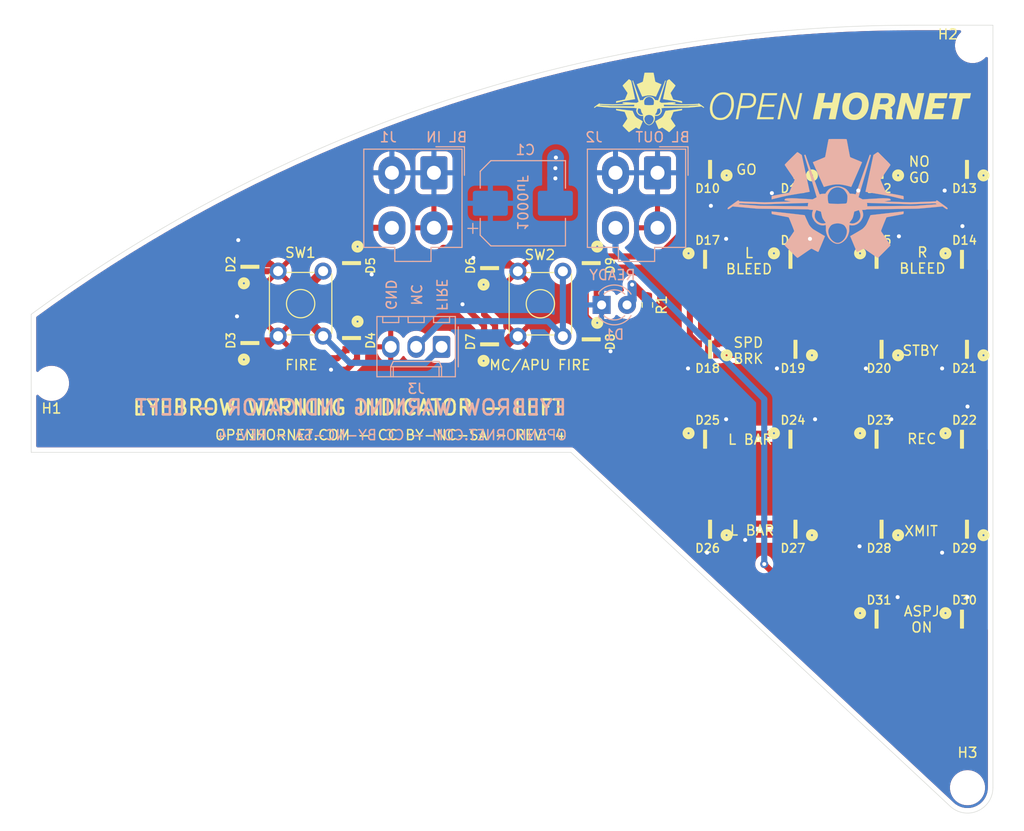
<source format=kicad_pcb>
(kicad_pcb (version 20211014) (generator pcbnew)
  (layers (0 "F.Cu" signal) (31 "B.Cu" signal) (34 "B.Paste" user) (35 "F.Paste" user) (36 "B.SilkS" user "B.Silkscreen") (37 "F.SilkS" user "F.Silkscreen") (38 "B.Mask" user) (39 "F.Mask" user) (44 "Edge.Cuts" user))
  (net 0 "")
  (net 1 "GND")
  (net 2 "+5V")
  (net 3 "Net-(D1-Pad2)")
  (net 4 "/DIN")
  (net 5 "Net-(D2-Pad1)")
  (net 6 "Net-(D3-Pad1)")
  (net 7 "Net-(D4-Pad1)")
  (net 8 "Net-(D5-Pad1)")
  (net 9 "Net-(D6-Pad1)")
  (net 10 "Net-(D7-Pad1)")
  (net 11 "Net-(D8-Pad1)")
  (net 12 "/DOUT1")
  (net 13 "Net-(D10-Pad1)")
  (net 14 "Net-(D11-Pad1)")
  (net 15 "Net-(D12-Pad1)")
  (net 16 "Net-(D13-Pad1)")
  (net 17 "Net-(D14-Pad1)")
  (net 18 "Net-(D15-Pad1)")
  (net 19 "Net-(D16-Pad1)")
  (net 20 "/DOUT2")
  (net 21 "Net-(D18-Pad1)")
  (net 22 "Net-(D19-Pad1)")
  (net 23 "Net-(D20-Pad1)")
  (net 24 "Net-(D21-Pad1)")
  (net 25 "Net-(D22-Pad1)")
  (net 26 "Net-(D23-Pad1)")
  (net 27 "Net-(D24-Pad1)")
  (net 28 "/DOUT3")
  (net 29 "Net-(D26-Pad1)")
  (net 30 "Net-(D27-Pad1)")
  (net 31 "Net-(D28-Pad1)")
  (net 32 "Net-(D29-Pad1)")
  (net 33 "Net-(D30-Pad1)")
  (net 34 "/DOUT")
  (net 35 "/MC_SW")
  (net 36 "/FIRE_SW")
  (footprint "OH_Footprints:WS2812-2020" (layer "F.Cu") (at 123.463249 90.418093 -90)
    (fp_text reference "D3")
    (fp_text value "LED" hide)
  )
  (footprint "OH_Footprints:WS2812-2020" (layer "F.Cu") (at 133.623249 90.418093 90)
    (fp_text reference "D4")
    (fp_text value "LED" hide)
  )
  (footprint "OH_Footprints:WS2812-2020" (layer "F.Cu") (at 133.623249 82.928149 90)
    (fp_text reference "D5")
    (fp_text value "LED" hide)
  )
  (footprint "OH_Footprints:WS2812-2020" (layer "F.Cu") (at 147.423249 82.928149 -90)
    (fp_text reference "D6")
    (fp_text value "LED" hide)
  )
  (footprint "OH_Footprints:WS2812-2020" (layer "F.Cu") (at 157.583249 90.548149 90)
    (fp_text reference "D8")
    (fp_text value "LED" hide)
  )
  (footprint "OH_Footprints:WS2812-2020" (layer "F.Cu") (at 169.214799 73.31075)
    (fp_text reference "D10")
    (fp_text value "LED" hide)
  )
  (footprint "OH_Footprints:WS2812-2020" (layer "F.Cu") (at 177.749199 73.31075)
    (fp_text reference "D11")
    (fp_text value "LED" hide)
  )
  (footprint "OH_Footprints:WS2812-2020" (layer "F.Cu") (at 194.894199 73.310751)
    (fp_text reference "D13")
    (fp_text value "LED" hide)
  )
  (footprint "OH_Footprints:WS2812-2020" (layer "F.Cu") (at 194.894199 82.302351 180)
    (fp_text reference "D14")
    (fp_text value "LED" hide)
  )
  (footprint "OH_Footprints:WS2812-2020" (layer "F.Cu") (at 186.359799 82.302351 180)
    (fp_text reference "D15")
    (fp_text value "LED" hide)
  )
  (footprint "OH_Footprints:WS2812-2020" (layer "F.Cu") (at 177.749199 82.302351 180)
    (fp_text reference "D16")
    (fp_text value "LED" hide)
  )
  (footprint "OH_Footprints:WS2812-2020" (layer "F.Cu") (at 169.214799 82.302351 180)
    (fp_text reference "D17")
    (fp_text value "LED" hide)
  )
  (footprint "OH_Footprints:WS2812-2020" (layer "F.Cu") (at 169.214799 91.29395)
    (fp_text reference "D18")
    (fp_text value "LED" hide)
  )
  (footprint "OH_Footprints:WS2812-2020" (layer "F.Cu") (at 177.749199 91.29395)
    (fp_text reference "D19")
    (fp_text value "LED" hide)
  )
  (footprint "OH_Footprints:WS2812-2020" (layer "F.Cu") (at 186.359799 91.29395)
    (fp_text reference "D20")
    (fp_text value "LED" hide)
  )
  (footprint "OH_Footprints:WS2812-2020" (layer "F.Cu") (at 194.894199 91.29395)
    (fp_text reference "D21")
    (fp_text value "LED" hide)
  )
  (footprint "OH_Footprints:WS2812-2020" (layer "F.Cu") (at 194.894199 100.28555 180)
    (fp_text reference "D22")
    (fp_text value "LED" hide)
  )
  (footprint "OH_Footprints:WS2812-2020" (layer "F.Cu") (at 186.359799 100.28555 180)
    (fp_text reference "D23")
    (fp_text value "LED" hide)
  )
  (footprint "OH_Footprints:WS2812-2020" (layer "F.Cu") (at 177.749199 100.28555 180)
    (fp_text reference "D24")
    (fp_text value "LED" hide)
  )
  (footprint "OH_Footprints:WS2812-2020" (layer "F.Cu") (at 169.214799 100.28555 180)
    (fp_text reference "D25")
    (fp_text value "LED" hide)
  )
  (footprint "OH_Footprints:WS2812-2020" (layer "F.Cu") (at 169.214799 109.27715)
    (fp_text reference "D26")
    (fp_text value "LED" hide)
  )
  (footprint "OH_Footprints:WS2812-2020" (layer "F.Cu") (at 177.749199 109.27715)
    (fp_text reference "D27")
    (fp_text value "LED" hide)
  )
  (footprint "OH_Footprints:WS2812-2020" (layer "F.Cu") (at 186.359799 109.27715)
    (fp_text reference "D28")
    (fp_text value "LED" hide)
  )
  (footprint "OH_Footprints:WS2812-2020" (layer "F.Cu") (at 194.894199 109.27715)
    (fp_text reference "D29")
    (fp_text value "LED" hide)
  )
  (footprint "OH_Footprints:WS2812-2020" (layer "F.Cu") (at 194.894199 118.26875 180)
    (fp_text reference "D30")
    (fp_text value "LED" hide)
  )
  (footprint "OH_Footprints:WS2812-2020" (layer "F.Cu") (at 186.359799 118.26875 180)
    (fp_text reference "D31")
    (fp_text value "LED" hide)
  )
  (footprint "MountingHole:MountingHole_2.5mm" (layer "F.Cu") (at 103.632 94.699611)
    (fp_text reference "H1")
    (fp_text value "MountingHole")
  )
  (footprint "MountingHole:MountingHole_2.5mm" (layer "F.Cu") (at 195.706999 60.928251)
    (fp_text reference "H2")
    (fp_text value "MountingHole")
  )
  (footprint "MountingHole:MountingHole_2.5mm" (layer "F.Cu") (at 195.198999 135.118097)
    (fp_text reference "H3")
    (fp_text value "MountingHole")
  )
  (footprint "OH_Footprints:R_0603_1608Metric" (layer "F.Cu") (at 163.194999 86.858097 -90)
    (fp_text reference "R1")
    (fp_text value "R")
  )
  (footprint "OH_Footprints:WS2812-2020" (layer "F.Cu") (at 123.463249 82.798093 -90)
    (fp_text reference "D2")
    (fp_text value "LED" hide)
  )
  (footprint "OH_Footprints:WS2812-2020" (layer "F.Cu") (at 147.423249 90.548149 -90)
    (fp_text reference "D7")
    (fp_text value "LED" hide)
  )
  (footprint "OH_Footprints:WS2812-2020" (layer "F.Cu") (at 157.583249 82.928149 90)
    (fp_text reference "D9")
    (fp_text value "LED" hide)
  )
  (footprint "OH_Footprints:WS2812-2020" (layer "F.Cu") (at 186.359799 73.310751)
    (fp_text reference "D12")
    (fp_text value "LED" hide)
  )
  (footprint "KiCAD Libraries:OH_LOGO_37.7mm_5.9mm" (layer "F.Cu") (at 176.698999 66.618097)
    (fp_text reference "G***" hide)
    (fp_text value "LOGO" hide)
  )
  (footprint "OH_Footprints:SW_TH_Tactile_Omron_B3F-10xx" (layer "F.Cu") (at 130.784599 83.479897 -90)
    (fp_text reference "SW1")
    (fp_text value "FIRE")
  )
  (footprint "OH_Footprints:SW_TH_Tactile_Omron_B3F-10xx" (layer "F.Cu") (at 154.749499 83.492597 -90)
    (fp_text reference "SW2")
    (fp_text value "MC/APU FIRE")
  )
  (footprint "KiCAD Libraries:OH_LOGO_ONLY_22mm_12mm" (layer "B.Cu") (at 182.244999 76.317097 180)
    (fp_text reference "G***" hide)
    (fp_text value "LOGO" hide)
  )
  (footprint "OH_Footprints:CP_Elec_8x10" (layer "B.Cu") (at 150.748999 76.698097)
    (fp_text reference "C1")
    (fp_text value "1000 nF")
  )
  (footprint "OH_Footprints:LED_D3.0mm" (layer "B.Cu") (at 158.622999 86.858097)
    (fp_text reference "D1")
    (fp_text value "PWR")
  )
  (footprint "OH_Footprints:Molex_Mini-Fit_Jr_5566-04A_2x02_P4.20mm_Vertical" (layer "B.Cu") (at 141.858999 73.650097 180)
    (fp_text reference "J1")
    (fp_text value "BL IN")
  )
  (footprint "OH_Footprints:Molex_Mini-Fit_Jr_5566-04A_2x02_P4.20mm_Vertical" (layer "B.Cu") (at 164.210999 73.650097 180)
    (fp_text reference "J2")
    (fp_text value "BL OUT")
  )
  (footprint "OH_Footprints:Molex_KK-254_AE-6410-03A_1x03_P2.54mm_Vertical" (layer "B.Cu") (at 142.620999 91.049097 180)
    (fp_text reference "J3")
    (fp_text value "SW")
  )
  (gr_line (start 197.738999 135.118097) (end 197.738999 58.89625) (layer "Edge.Cuts") (width 0.05))
  (gr_arc (start 197.738999 135.118097) (mid 196.211433 137.447599) (end 193.466103 136.975157) (layer "Edge.Cuts") (width 0.05))
  (gr_arc (start 101.6 87.799222) (mid 143.426621 66.305956) (end 189.864999 58.89625) (layer "Edge.Cuts") (width 0.05))
  (gr_line (start 101.6 101.6) (end 155.556277 101.6) (layer "Edge.Cuts") (width 0.05))
  (gr_line (start 101.6 87.799222) (end 101.6 101.6) (layer "Edge.Cuts") (width 0.05))
  (gr_line (start 197.738999 58.89625) (end 189.864999 58.89625) (layer "Edge.Cuts") (width 0.05))
  (gr_line (start 155.556277 101.6) (end 193.466103 136.975157) (layer "Edge.Cuts") (width 0.05))
  (gr_text "OPENHORNET.COM - CC BY-NC-SA - REV: 4" (at 137.698999 99.868097) (layer "B.SilkS") (effects (font (size 1 1)) (justify mirror)))
  (gr_text "EYEBROW WARNING INDICATOR - LEFT" (at 133.565665 97.118097) (layer "B.SilkS") (effects (font (size 1.5 1.5) (thickness 0.25)) (justify mirror)))
  (gr_text "MC" (at 140.080999 85.842097 -90) (layer "B.SilkS") (effects (font (size 1 1)) (justify mirror)))
  (gr_text "FIRE" (at 142.620999 85.842097 -90) (layer "B.SilkS") (effects (font (size 1 1)) (justify mirror)))
  (gr_text "READY" (at 159.698999 83.868097) (layer "B.SilkS") (effects (font (size 1 1)) (justify mirror)))
  (gr_text "GND" (at 137.540999 85.842097 270) (layer "B.SilkS") (effects (font (size 1 1)) (justify mirror)))
  (gr_text "1000uF" (at 150.698999 76.618097 270) (layer "B.SilkS") (effects (font (size 1 1)) (justify mirror)))
  (gr_text "OPENHORNET.COM - CC BY-NC-SA - REV: 4" (at 137.448999 99.868097) (layer "F.SilkS") (effects (font (size 1 1))))
  (gr_text "EYEBROW WARNING INDICATOR - LEFT" (at 133.315665 97.118097) (layer "F.SilkS") (effects (font (size 1.5 1.5) (thickness 0.25))))
  (gr_text "NO\nGO" (at 190.372999 73.332597) (layer "F.SilkS") (effects (font (size 1 1))))
  (gr_text "L\nBLEED" (at 173.354999 82.476597) (layer "F.SilkS") (effects (font (size 1 1))))
  (gr_text "R\nBLEED" (at 190.690499 82.413097) (layer "F.SilkS") (effects (font (size 1 1))))
  (gr_text "SPD\nBRK" (at 173.291499 91.430097) (layer "F.SilkS") (effects (font (size 1 1))))
  (gr_text "STBY" (at 190.499999 91.430097) (layer "F.SilkS") (effects (font (size 1 1))))
  (gr_text "L BAR" (at 173.481999 100.320097) (layer "F.SilkS") (effects (font (size 1 1))))
  (gr_text "REC" (at 190.626999 100.256597) (layer "F.SilkS") (effects (font (size 1 1))))
  (gr_text "L BAR" (at 173.672499 109.400597) (layer "F.SilkS") (effects (font (size 1 1))))
  (gr_text "XMIT" (at 190.563499 109.464097) (layer "F.SilkS") (effects (font (size 1 1))))
  (gr_text "ASPJ\nON" (at 190.626999 118.290597) (layer "F.SilkS") (effects (font (size 1 1))))
  (gr_text "GO" (at 173.100999 73.332597) (layer "F.SilkS") (effects (font (size 1 1))))
  (segment (start 169.1546 100.489391) (end 169.1546 98.405698) (width 0.6096) (layer "F.Cu") (net 1))
  (segment (start 194.944999 73.116309) (end 194.944999 75.174097) (width 0.6096) (layer "F.Cu") (net 1))
  (segment (start 186.308999 92.700097) (end 186.308999 89.398097) (width 0.6096) (layer "F.Cu") (net 1))
  (segment (start 169.274998 91.090109) (end 169.274998 92.938096) (width 0.6096) (layer "F.Cu") (net 1))
  (segment (start 194.944999 92.954097) (end 194.944999 89.398097) (width 0.6096) (layer "F.Cu") (net 1))
  (segment (start 194.487841 118.81875) (end 194.834 118.472591) (width 0.6096) (layer "F.Cu") (net 1))
  (segment (start 169.274998 73.106909) (end 169.274998 75.158096) (width 0.6096) (layer "F.Cu") (net 1))
  (segment (start 149.686197 82.921097) (end 146.373107 82.921097) (width 0.6096) (layer "F.Cu") (net 1))
  (segment (start 186.315199 72.760751) (end 186.308999 72.766951) (width 0.6096) (layer "F.Cu") (net 1))
  (segment (start 193.979199 100.83555) (end 194.487841 100.83555) (width 0.6096) (layer "F.Cu") (net 1))
  (segment (start 125.599197 82.794097) (end 121.538999 82.794097) (width 0.6096) (layer "F.Cu") (net 1))
  (segment (start 133.475611 90.414097) (end 135.762999 90.414097) (width 0.6096) (layer "F.Cu") (net 1))
  (segment (start 186.766157 90.74395) (end 186.419998 91.090109) (width 0.6096) (layer "F.Cu") (net 1))
  (segment (start 126.293249 83.488149) (end 124.238193 83.488149) (width 0.6096) (layer "F.Cu") (net 1))
  (segment (start 186.308999 118.463192) (end 186.308999 116.322097) (width 0.6096) (layer "F.Cu") (net 1))
  (segment (start 177.809398 92.582496) (end 178.434999 93.208097) (width 0.6096) (layer "F.Cu") (net 1))
  (segment (start 170.129799 72.76075) (end 169.621157 72.76075) (width 0.6096) (layer "F.Cu") (net 1))
  (segment (start 185.953441 82.852351) (end 186.308999 82.496793) (width 0.6096) (layer "F.Cu") (net 1))
  (segment (start 177.689 82.506192) (end 177.689 80.524098) (width 0.6096) (layer "F.Cu") (net 1))
  (segment (start 194.944999 109.082708) (end 194.944999 111.750097) (width 0.6096) (layer "F.Cu") (net 1))
  (segment (start 176.834199 82.852351) (end 177.342841 82.852351) (width 0.6096) (layer "F.Cu") (net 1))
  (segment (start 195.300557 90.74395) (end 194.944999 91.099508) (width 0.6096) (layer "F.Cu") (net 1))
  (segment (start 178.155557 72.76075) (end 177.809398 73.106909) (width 0.6096) (layer "F.Cu") (net 1))
  (segment (start 186.419998 91.090109) (end 186.419998 92.811096) (width 0.6096) (layer "F.Cu") (net 1))
  (segment (start 145.176801 83.063899) (end 145.033999 82.921097) (width 0.6096) (layer "F.Cu") (net 1))
  (segment (start 195.300557 108.72715) (end 194.944999 109.082708) (width 0.6096) (layer "F.Cu") (net 1))
  (segment (start 157.432555 90.541097) (end 159.257999 90.541097) (width 0.6096) (layer "F.Cu") (net 1))
  (segment (start 194.944999 91.099508) (end 194.944999 92.954097) (width 0.6096) (layer "F.Cu") (net 1))
  (segment (start 186.816999 93.208097) (end 186.308999 92.700097) (width 0.6096) (layer "F.Cu") (net 1))
  (segment (start 186.308999 75.174097) (end 186.308999 71.618097) (width 0.6096) (layer "F.Cu") (net 1))
  (segment (start 194.73304 116.863949) (end 193.962851 116.863949) (width 0.6096) (layer "F.Cu") (net 1))
  (segment (start 185.953441 118.81875) (end 186.308999 118.463192) (width 0.6096) (layer "F.Cu") (net 1))
  (segment (start 169.274998 92.938096) (end 169.274998 89.414098) (width 0.6096) (layer "F.Cu") (net 1))
  (segment (start 186.766157 108.72715) (end 186.419998 109.073309) (width 0.6096) (layer "F.Cu") (net 1))
  (segment (start 169.621157 90.74395) (end 169.274998 91.090109) (width 0.6096) (layer "F.Cu") (net 1))
  (segment (start 178.664199 108.72715) (end 177.704599 108.72715) (width 0.6096) (layer "F.Cu") (net 1))
  (segment (start 126.293249 89.988149) (end 125.867301 90.414097) (width 0.6096) (layer "F.Cu") (net 1))
  (segment (start 149.753448 90.48795) (end 144.853852 90.48795) (width 0.6096) (layer "F.Cu") (net 1))
  (segment (start 185.800999 98.288097) (end 186.419998 98.907097) (width 0.6096) (layer "F.Cu") (net 1))
  (segment (start 168.299799 100.83555) (end 168.808441 100.83555) (width 0.6096) (layer "F.Cu") (net 1))
  (segment (start 177.689 111.004098) (end 177.926999 111.242097) (width 0.6096) (layer "F.Cu") (net 1))
  (segment (start 186.419998 98.907097) (end 186.419998 102.749098) (width 0.6096) (layer "F.Cu") (net 1))
  (segment (start 186.2996 98.786698) (end 185.800999 98.288097) (width 0.6096) (layer "F.Cu") (net 1))
  (segment (start 133.419408 82.86795) (end 136.344852 82.86795) (width 0.6096) (layer "F.Cu") (net 1))
  (segment (start 187.274799 72.760751) (end 186.315199 72.760751) (width 0.6096) (layer "F.Cu") (net 1))
  (segment (start 177.809398 92.582496) (end 177.809398 89.534496) (width 0.6096) (layer "F.Cu") (net 1))
  (segment (start 193.979199 118.81875) (end 194.487841 118.81875) (width 0.6096) (layer "F.Cu") (net 1))
  (segment (start 193.979199 82.852351) (end 194.487841 82.852351) (width 0.6096) (layer "F.Cu") (net 1))
  (segment (start 186.308999 72.766951) (end 186.308999 75.174097) (width 0.6096) (layer "F.Cu") (net 1))
  (segment (start 168.299799 82.852351) (end 168.808441 82.852351) (width 0.6096) (layer "F.Cu") (net 1))
  (segment (start 194.834 100.489391) (end 194.834 98.939098) (width 0.6096) (layer "F.Cu") (net 1))
  (segment (start 149.448249 89.988149) (end 147.973249 91.463149) (width 0.6096) (layer "F.Cu") (net 1))
  (segment (start 186.2996 100.489391) (end 186.2996 98.786698) (width 0.6096) (layer "F.Cu") (net 1))
  (segment (start 157.033249 90.141791) (end 157.432555 90.541097) (width 0.6096) (layer "F.Cu") (net 1))
  (segment (start 169.1546 82.506192) (end 169.1546 83.927698) (width 0.6096) (layer "F.Cu") (net 1))
  (segment (start 193.962851 116.863949) (end 193.420999 116.322097) (width 0.6096) (layer "F.Cu") (net 1))
  (segment (start 178.664199 72.76075) (end 178.155557 72.76075) (width 0.6096) (layer "F.Cu") (net 1))
  (segment (start 136.344852 82.86795) (end 136.778999 83.302097) (width 0.6096) (layer "F.Cu") (net 1))
  (segment (start 124.238193 83.488149) (end 124.013249 83.713093) (width 0.6096) (layer "F.Cu") (net 1))
  (segment (start 124.013249 91.333093) (end 124.948305 91.333093) (width 0.6096) (layer "F.Cu") (net 1))
  (segment (start 177.689 98.050098) (end 177.689 102.336096) (width 0.6096) (layer "F.Cu") (net 1))
  (segment (start 170.129799 90.74395) (end 169.621157 90.74395) (width 0.6096) (layer "F.Cu") (net 1))
  (segment (start 133.073249 90.011735) (end 133.475611 90.414097) (width 0.6096) (layer "F.Cu") (net 1))
  (segment (start 168.808441 82.852351) (end 169.1546 82.506192) (width 0.6096) (layer "F.Cu") (net 1))
  (segment (start 194.944999 82.395193) (end 194.944999 80.508097) (width 0.6096) (layer "F.Cu") (net 1))
  (segment (start 177.689 108.742749) (end 177.689 111.004098) (width 0.6096) (layer "F.Cu") (net 1))
  (segment (start 177.689 100.489391) (end 177.689 98.050098) (width 0.6096) (layer "F.Cu") (net 1))
  (segment (start 194.834 118.472591) (end 194.834 116.964909) (width 0.6096) (layer "F.Cu") (net 1))
  (segment (start 195.809199 90.74395) (end 195.300557 90.74395) (width 0.6096) (layer "F.Cu") (net 1))
  (segment (start 150.253249 83.488149) (end 149.686197 82.921097) (width 0.6096) (layer "F.Cu") (net 1))
  (segment (start 157.033249 89.633149) (end 157.033249 90.141791) (width 0.6096) (layer "F.Cu") (net 1))
  (segment (start 124.948305 91.333093) (end 126.293249 89.988149) (width 0.6096) (layer "F.Cu") (net 1))
  (segment (start 186.419998 109.073309) (end 186.419998 111.099096) (width 0.6096) (layer "F.Cu") (net 1))
  (segment (start 150.253249 89.988149) (end 149.448249 89.988149) (width 0.6096) (layer "F.Cu") (net 1))
  (segment (start 126.293249 83.488149) (end 125.599197 82.794097) (width 0.6096) (layer "F.Cu") (net 1))
  (segment (start 186.308999 82.496793) (end 186.308999 80.508097) (width 0.6096) (layer "F.Cu") (net 1))
  (segment (start 177.704599 108.72715) (end 177.689 108.742749) (width 0.6096) (layer "F.Cu") (net 1))
  (segment (start 186.419998 111.099096) (end 186.816999 111.496097) (width 0.6096) (layer "F.Cu") (net 1))
  (segment (start 177.342841 100.83555) (end 177.689 100.489391) (width 0.6096) (layer "F.Cu") (net 1))
  (segment (start 195.300557 72.760751) (end 194.944999 73.116309) (width 0.6096) (layer "F.Cu") (net 1))
  (segment (start 125.867301 90.414097) (end 122.215611 90.414097) (width 0.6096) (layer "F.Cu") (net 1))
  (segment (start 133.073249 82.521791) (end 133.419408 82.86795) (width 0.6096) (layer "F.Cu") (net 1))
  (segment (start 146.373107 82.921097) (end 146.230305 83.063899) (width 0.6096) (layer "F.Cu") (net 1))
  (segment (start 185.444799 82.852351) (end 185.953441 82.852351) (width 0.6096) (layer "F.Cu") (net 1))
  (segment (start 195.809199 72.760751) (end 195.300557 72.760751) (width 0.6096) (layer "F.Cu") (net 1))
  (segment (start 178.155557 90.74395) (end 177.809398 91.090109) (width 0.6096) (layer "F.Cu") (net 1))
  (segment (start 186.419998 92.811096) (end 186.816999 93.208097) (width 0.6096) (layer "F.Cu") (net 1))
  (segment (start 185.444799 118.81875) (end 185.953441 118.81875) (width 0.6096) (layer "F.Cu") (net 1))
  (segment (start 177.809398 91.090109) (end 177.809398 92.582496) (width 0.6096) (layer "F.Cu") (net 1))
  (segment (start 194.944999 80.508097) (end 194.944999 84.318097) (width 0.6096) (layer "F.Cu") (net 1))
  (segment (start 177.342841 82.852351) (end 177.689 82.506192) (width 0.6096) (layer "F.Cu") (net 1))
  (segment (start 177.809398 73.106909) (end 177.809398 74.802496) (width 0.6096) (layer "F.Cu") (net 1))
  (segment (start 169.274998 92.938096) (end 169.544999 93.208097) (width 0.6096) (layer "F.Cu") (net 1))
  (segment (start 177.809398 74.802496) (end 177.809398 71.754496) (width 0.6096) (layer "F.Cu") (net 1))
  (segment (start 187.274799 90.74395) (end 186.766157 90.74395) (width 0.6096) (layer "F.Cu") (net 1))
  (segment (start 168.808441 100.83555) (end 169.1546 100.489391) (width 0.6096) (layer "F.Cu") (net 1))
  (segment (start 194.487841 100.83555) (end 194.834 100.489391) (width 0.6096) (layer "F.Cu") (net 1))
  (segment (start 169.621157 72.76075) (end 169.274998 73.106909) (width 0.6096) (layer "F.Cu") (net 1))
  (segment (start 194.834 98.939098) (end 193.928999 98.034097) (width 0.6096) (layer "F.Cu") (net 1))
  (segment (start 169.1546 98.405698) (end 169.1546 102.215698) (width 0.6096) (layer "F.Cu") (net 1))
  (segment (start 185.444799 100.83555) (end 185.953441 100.83555) (width 0.6096) (layer "F.Cu") (net 1))
  (segment (start 178.664199 90.74395) (end 178.155557 90.74395) (width 0.6096) (layer "F.Cu") (net 1))
  (segment (start 194.834 98.939098) (end 194.834 102.717096) (width 0.6096) (layer "F.Cu") (net 1))
  (segment (start 194.834 116.964909) (end 194.73304 116.863949) (width 0.6096) (layer "F.Cu") (net 1))
  (segment (start 186.308999 82.496793) (end 186.308999 84.064097) (width 0.6096) (layer "F.Cu") (net 1))
  (segment (start 194.487841 82.852351) (end 194.944999 82.395193) (width 0.6096) (layer "F.Cu") (net 1))
  (segment (start 185.953441 100.83555) (end 186.2996 100.489391) (width 0.6096) (layer "F.Cu") (net 1))
  (segment (start 169.274998 75.158096) (end 169.274998 71.634098) (width 0.6096) (layer "F.Cu") (net 1))
  (segment (start 194.944999 75.174097) (end 194.944999 71.872097) (width 0.6096) (layer "F.Cu") (net 1))
  (segment (start 133.073249 89.503093) (end 133.073249 90.011735) (width 0.6096) (layer "F.Cu") (net 1))
  (segment (start 133.073249 82.013149) (end 133.073249 82.521791) (width 0.6096) (layer "F.Cu") (net 1))
  (segment (start 150.253249 89.988149) (end 149.753448 90.48795) (width 0.6096) (layer "F.Cu") (net 1))
  (segment (start 146.230305 83.063899) (end 145.176801 83.063899) (width 0.6096) (layer "F.Cu") (net 1))
  (segment (start 187.274799 108.72715) (end 186.766157 108.72715) (width 0.6096) (layer "F.Cu") (net 1))
  (segment (start 169.1546 82.506192) (end 169.1546 80.644496) (width 0.6096) (layer "F.Cu") (net 1))
  (segment (start 176.834199 100.83555) (end 177.342841 100.83555) (width 0.6096) (layer "F.Cu") (net 1))
  (segment (start 195.809199 108.72715) (end 195.300557 108.72715) (width 0.6096) (layer "F.Cu") (net 1))
  (segment (start 177.689 82.506192) (end 177.689 83.794096) (width 0.6096) (layer "F.Cu") (net 1))
  (via (at 154.050999 72.126097) (size 0.8) (drill 0.4) (layers "F.Cu" "B.Cu") (net 1))
  (via (at 153.998999 73.194097) (size 0.8) (drill 0.4) (layers "F.Cu" "B.Cu") (net 1))
  (via (at 153.998999 74.210097) (size 0.8) (drill 0.4) (layers "F.Cu" "B.Cu") (net 1))
  (segment (start 153.998999 73.194097) (end 153.998999 72.178097) (width 1.6256) (layer "B.Cu") (net 1))
  (segment (start 153.998999 74.210097) (end 153.998999 73.194097) (width 1.6256) (layer "B.Cu") (net 1))
  (segment (start 153.998999 72.178097) (end 154.050999 72.126097) (width 1.6256) (layer "B.Cu") (net 1))
  (segment (start 153.998999 76.698097) (end 153.998999 74.210097) (width 1.6256) (layer "B.Cu") (net 1))
  (segment (start 178.664199 99.73555) (end 178.664199 99.582897) (width 0.6096) (layer "F.Cu") (net 2))
  (segment (start 122.913249 80.993347) (end 122.300999 80.381097) (width 0.6096) (layer "F.Cu") (net 2))
  (segment (start 170.129799 99.227297) (end 171.068999 98.288097) (width 0.6096) (layer "F.Cu") (net 2))
  (segment (start 146.873249 88.951347) (end 144.716499 86.794597) (width 0.6096) (layer "F.Cu") (net 2))
  (segment (start 193.979199 73.860751) (end 193.979199 74.361897) (width 0.6096) (layer "F.Cu") (net 2))
  (segment (start 195.809199 81.752351) (end 195.809199 80.102297) (width 0.6096) (layer "F.Cu") (net 2))
  (segment (start 193.979199 109.768297) (end 192.658999 111.088497) (width 0.6096) (layer "F.Cu") (net 2))
  (segment (start 195.809199 117.71875) (end 195.809199 116.678297) (width 0.6096) (layer "F.Cu") (net 2))
  (segment (start 122.913249 89.503093) (end 122.913249 88.740347) (width 0.6096) (layer "F.Cu") (net 2))
  (segment (start 185.444799 91.84395) (end 185.444799 92.802297) (width 0.6096) (layer "F.Cu") (net 2))
  (segment (start 168.299799 92.167297) (end 167.258999 93.208097) (width 0.6096) (layer "F.Cu") (net 2))
  (segment (start 187.274799 117.007297) (end 188.213999 116.068097) (width 0.6096) (layer "F.Cu") (net 2))
  (segment (start 146.873249 82.013149) (end 145.941947 82.013149) (width 0.6096) (layer "F.Cu") (net 2))
  (segment (start 185.444799 74.260297) (end 184.276999 75.428097) (width 0.6096) (layer "F.Cu") (net 2))
  (segment (start 168.299799 109.82715) (end 168.299799 110.758897) (width 0.6096) (layer "F.Cu") (net 2))
  (segment (start 195.809199 116.678297) (end 195.198999 116.068097) (width 0.6096) (layer "F.Cu") (net 2))
  (segment (start 122.913249 81.883093) (end 122.913249 80.993347) (width 0.6096) (layer "F.Cu") (net 2))
  (segment (start 193.979199 91.887897) (end 192.658999 93.208097) (width 0.6096) (layer "F.Cu") (net 2))
  (segment (start 192.658999 111.088497) (end 192.658999 111.623097) (width 0.6096) (layer "F.Cu") (net 2))
  (segment (start 178.664199 81.040897) (end 179.450999 80.254097) (width 0.6096) (layer "F.Cu") (net 2))
  (segment (start 176.834199 92.522897) (end 176.148999 93.208097) (width 0.6096) (layer "F.Cu") (net 2))
  (segment (start 122.913249 88.740347) (end 122.173999 88.001097) (width 0.6096) (layer "F.Cu") (net 2))
  (segment (start 176.834199 109.82715) (end 173.499946 109.82715) (width 0.6096) (layer "F.Cu") (net 2))
  (segment (start 176.834199 73.86075) (end 176.834199 74.488897) (width 0.6096) (layer "F.Cu") (net 2))
  (segment (start 193.979199 109.82715) (end 193.979199 109.768297) (width 0.6096) (layer "F.Cu") (net 2))
  (segment (start 173.499946 109.82715) (end 172.973999 110.353097) (width 0.6096) (layer "F.Cu") (net 2))
  (segment (start 158.133249 91.463149) (end 159.481551 91.463149) (width 0.6096) (layer "F.Cu") (net 2))
  (segment (start 185.444799 73.860751) (end 185.444799 74.260297) (width 0.6096) (layer "F.Cu") (net 2))
  (segment (start 187.274799 117.71875) (end 187.274799 117.007297) (width 0.6096) (layer "F.Cu") (net 2))
  (segment (start 158.133249 83.843149) (end 158.133249 86.368347) (width 0.6096) (layer "F.Cu") (net 2))
  (segment (start 195.809199 80.102297) (end 194.690999 78.984097) (width 0.6096) (layer "F.Cu") (net 2))
  (segment (start 170.129799 99.73555) (end 170.129799 99.227297) (width 0.6096) (layer "F.Cu") (net 2))
  (segment (start 170.129799 81.193297) (end 171.068999 80.254097) (width 0.6096) (layer "F.Cu") (net 2))
  (segment (start 133.130845 93.335097) (end 131.571999 93.335097) (width 0.6096) (layer "F.Cu") (net 2))
  (segment (start 195.809199 99.73555) (end 195.809199 97.628297) (width 0.6096) (layer "F.Cu") (net 2))
  (segment (start 168.299799 75.706897) (end 169.544999 76.952097) (width 0.6096) (layer "F.Cu") (net 2))
  (segment (start 134.173249 92.292693) (end 133.130845 93.335097) (width 0.6096) (layer "F.Cu") (net 2))
  (segment (start 187.274799 99.73555) (end 187.274799 98.592297) (width 0.6096) (layer "F.Cu") (net 2))
  (segment (start 159.481551 91.463149) (end 159.511999 91.493597) (width 0.6096) (layer "F.Cu") (net 2))
  (segment (start 193.979199 74.361897) (end 192.912999 75.428097) (width 0.6096) (layer "F.Cu") (net 2))
  (segment (start 134.173249 91.333093) (end 134.173249 92.292693) (width 0.6096) (layer "F.Cu") (net 2))
  (segment (start 178.664199 81.752351) (end 178.664199 81.040897) (width 0.6096) (layer "F.Cu") (net 2))
  (segment (start 134.173249 83.843149) (end 135.602947 83.843149) (width 0.6096) (layer "F.Cu") (net 2))
  (segment (start 178.664199 99.582897) (end 179.958999 98.288097) (width 0.6096) (layer "F.Cu") (net 2))
  (segment (start 185.444799 92.802297) (end 185.038999 93.208097) (width 0.6096) (layer "F.Cu") (net 2))
  (segment (start 193.979199 91.84395) (end 193.979199 91.887897) (width 0.6096) (layer "F.Cu") (net 2))
  (segment (start 146.873249 89.633149) (end 146.873249 88.951347) (width 0.6096) (layer "F.Cu") (net 2))
  (segment (start 176.834199 91.84395) (end 176.834199 92.522897) (width 0.6096) (layer "F.Cu") (net 2))
  (segment (start 168.299799 91.84395) (end 168.299799 92.167297) (width 0.6096) (layer "F.Cu") (net 2))
  (segment (start 185.444799 109.947297) (end 184.403999 110.988097) (width 0.6096) (layer "F.Cu") (net 2))
  (segment (start 168.299799 73.86075) (end 168.299799 75.706897) (width 0.6096) (layer "F.Cu") (net 2))
  (segment (start 168.299799 110.758897) (end 169.163999 111.623097) (width 0.6096) (layer "F.Cu") (net 2))
  (segment (start 176.834199 74.488897) (end 175.640999 75.682097) (width 0.6096) (layer "F.Cu") (net 2))
  (segment (start 158.133249 86.368347) (end 158.622999 86.858097) (width 0.6096) (layer "F.Cu") (net 2))
  (segment (start 185.444799 109.82715) (end 185.444799 109.947297) (width 0.6096) (layer "F.Cu") (net 2))
  (segment (start 187.274799 98.592297) (end 187.578999 98.288097) (width 0.6096) (layer "F.Cu") (net 2))
  (segment (start 145.941947 82.013149) (end 145.795999 82.159097) (width 0.6096) (layer "F.Cu") (net 2))
  (segment (start 195.809199 97.628297) (end 195.198999 97.018097) (width 0.6096) (layer "F.Cu") (net 2))
  (segment (start 135.602947 83.843149) (end 135.635999 83.810097) (width 0.6096) (layer "F.Cu") (net 2))
  (segment (start 187.274799 81.752351) (end 187.274799 81.066297) (width 0.6096) (layer "F.Cu") (net 2))
  (segment (start 187.274799 81.066297) (end 188.340999 80.000097) (width 0.6096) (layer "F.Cu") (net 2))
  (segment (start 170.129799 81.752351) (end 170.129799 81.193297) (width 0.6096) (layer "F.Cu") (net 2))
  (via (at 144.716499 86.794597) (size 0.8) (drill 0.4) (layers "F.Cu" "B.Cu") (net 2))
  (via (at 171.068999 80.254097) (size 0.8) (drill 0.4) (layers "F.Cu" "B.Cu") (net 2))
  (via (at 185.038999 93.208097) (size 0.8) (drill 0.4) (layers "F.Cu" "B.Cu") (net 2))
  (via (at 122.300999 80.381097) (size 0.8) (drill 0.4) (layers "F.Cu" "B.Cu") (net 2))
  (via (at 171.068999 98.288097) (size 0.8) (drill 0.4) (layers "F.Cu" "B.Cu") (net 2))
  (via (at 192.912999 75.428097) (size 0.8) (drill 0.4) (layers "F.Cu" "B.Cu") (net 2))
  (via (at 192.658999 93.208097) (size 0.8) (drill 0.4) (layers "F.Cu" "B.Cu") (net 2))
  (via (at 179.450999 80.254097) (size 0.8) (drill 0.4) (layers "F.Cu" "B.Cu") (net 2))
  (via (at 192.658999 111.623097) (size 0.8) (drill 0.4) (layers "F.Cu" "B.Cu") (net 2))
  (via (at 188.213999 116.068097) (size 0.8) (drill 0.4) (layers "F.Cu" "B.Cu") (net 2))
  (via (at 195.198999 97.018097) (size 0.8) (drill 0.4) (layers "F.Cu" "B.Cu") (net 2))
  (via (at 159.511999 91.493597) (size 0.8) (drill 0.4) (layers "F.Cu" "B.Cu") (net 2))
  (via (at 122.173999 88.001097) (size 0.8) (drill 0.4) (layers "F.Cu" "B.Cu") (net 2))
  (via (at 176.148999 93.208097) (size 0.8) (drill 0.4) (layers "F.Cu" "B.Cu") (net 2))
  (via (at 175.640999 75.682097) (size 0.8) (drill 0.4) (layers "F.Cu" "B.Cu") (net 2))
  (via (at 135.635999 83.810097) (size 0.8) (drill 0.4) (layers "F.Cu" "B.Cu") (net 2))
  (via (at 194.690999 78.984097) (size 0.8) (drill 0.4) (layers "F.Cu" "B.Cu") (net 2))
  (via (at 188.340999 80.000097) (size 0.8) (drill 0.4) (layers "F.Cu" "B.Cu") (net 2))
  (via (at 169.544999 76.952097) (size 0.8) (drill 0.4) (layers "F.Cu" "B.Cu") (net 2))
  (via (at 167.258999 93.208097) (size 0.8) (drill 0.4) (layers "F.Cu" "B.Cu") (net 2))
  (via (at 195.198999 116.068097) (size 0.8) (drill 0.4) (layers "F.Cu" "B.Cu") (net 2))
  (via (at 184.276999 75.428097) (size 0.8) (drill 0.4) (layers "F.Cu" "B.Cu") (net 2))
  (via (at 184.403999 110.988097) (size 0.8) (drill 0.4) (layers "F.Cu" "B.Cu") (net 2))
  (via (at 172.973999 110.353097) (size 0.8) (drill 0.4) (layers "F.Cu" "B.Cu") (net 2))
  (via (at 131.571999 93.335097) (size 0.8) (drill 0.4) (layers "F.Cu" "B.Cu") (net 2))
  (via (at 187.578999 98.288097) (size 0.8) (drill 0.4) (layers "F.Cu" "B.Cu") (net 2))
  (via (at 179.958999 98.288097) (size 0.8) (drill 0.4) (layers "F.Cu" "B.Cu") (net 2))
  (via (at 145.795999 82.159097) (size 0.8) (drill 0.4) (layers "F.Cu" "B.Cu") (net 2))
  (via (at 169.163999 111.623097) (size 0.8) (drill 0.4) (layers "F.Cu" "B.Cu") (net 2))
  (segment (start 163.194999 86.033097) (end 162.877999 86.033097) (width 0.9144) (layer "F.Cu") (net 3))
  (segment (start 162.877999 86.033097) (end 161.670999 84.826097) (width 0.9144) (layer "F.Cu") (net 3))
  (via (at 161.670999 84.826097) (size 0.8) (drill 0.4) (layers "F.Cu" "B.Cu") (net 3))
  (segment (start 161.670999 84.826097) (end 161.670999 86.350097) (width 0.9144) (layer "B.Cu") (net 3))
  (segment (start 161.670999 86.350097) (end 161.162999 86.858097) (width 0.9144) (layer "B.Cu") (net 3))
  (segment (start 124.013249 81.883093) (end 126.746245 79.150097) (width 0.6096) (layer "F.Cu") (net 4))
  (segment (start 126.746245 79.150097) (end 137.658999 79.150097) (width 0.6096) (layer "F.Cu") (net 4))
  (segment (start 124.013249 85.321735) (end 122.913249 84.221735) (width 0.6096) (layer "F.Cu") (net 5))
  (segment (start 122.913249 84.221735) (end 122.913249 83.713093) (width 0.6096) (layer "F.Cu") (net 5))
  (segment (start 124.013249 89.503093) (end 124.013249 85.321735) (width 0.6096) (layer "F.Cu") (net 5))
  (segment (start 133.073249 91.333093) (end 132.218448 92.187894) (width 0.6096) (layer "F.Cu") (net 6))
  (segment (start 122.913249 91.841735) (end 122.913249 91.333093) (width 0.6096) (layer "F.Cu") (net 6))
  (segment (start 123.259408 92.187894) (end 122.913249 91.841735) (width 0.6096) (layer "F.Cu") (net 6))
  (segment (start 132.218448 92.187894) (end 123.259408 92.187894) (width 0.6096) (layer "F.Cu") (net 6))
  (segment (start 134.173249 88.994451) (end 134.173249 89.503093) (width 0.6096) (layer "F.Cu") (net 7))
  (segment (start 133.073249 87.894451) (end 134.173249 88.994451) (width 0.6096) (layer "F.Cu") (net 7))
  (segment (start 133.073249 83.843149) (end 133.073249 87.894451) (width 0.6096) (layer "F.Cu") (net 7))
  (segment (start 147.973249 81.504507) (end 147.62709 81.158348) (width 0.6096) (layer "F.Cu") (net 8))
  (segment (start 147.973249 82.013149) (end 147.973249 81.504507) (width 0.6096) (layer "F.Cu") (net 8))
  (segment (start 141.919044 82.013149) (end 134.173249 82.013149) (width 0.6096) (layer "F.Cu") (net 8))
  (segment (start 142.773845 81.158348) (end 141.919044 82.013149) (width 0.6096) (layer "F.Cu") (net 8))
  (segment (start 147.62709 81.158348) (end 142.773845 81.158348) (width 0.6096) (layer "F.Cu") (net 8))
  (segment (start 147.973249 88.906385) (end 147.973249 89.633149) (width 0.6096) (layer "F.Cu") (net 9))
  (segment (start 146.873249 87.806385) (end 147.973249 88.906385) (width 0.6096) (layer "F.Cu") (net 9))
  (segment (start 146.873249 83.843149) (end 146.873249 87.806385) (width 0.6096) (layer "F.Cu") (net 9))
  (segment (start 147.219408 92.31795) (end 146.873249 91.971791) (width 0.6096) (layer "F.Cu") (net 10))
  (segment (start 157.003448 91.49295) (end 157.033249 91.463149) (width 0.6096) (layer "F.Cu") (net 10))
  (segment (start 146.873249 91.971791) (end 146.873249 91.463149) (width 0.6096) (layer "F.Cu") (net 10))
  (segment (start 157.033249 91.463149) (end 156.178448 92.31795) (width 0.6096) (layer "F.Cu") (net 10))
  (segment (start 156.178448 92.31795) (end 147.219408 92.31795) (width 0.6096) (layer "F.Cu") (net 10))
  (segment (start 157.033249 87.976989) (end 157.033249 83.843149) (width 0.6096) (layer "F.Cu") (net 11))
  (segment (start 158.133249 89.076989) (end 157.033249 87.976989) (width 0.6096) (layer "F.Cu") (net 11))
  (segment (start 158.133249 89.633149) (end 158.133249 89.076989) (width 0.6096) (layer "F.Cu") (net 11))
  (segment (start 158.133249 82.013149) (end 164.271044 82.013149) (width 0.6096) (layer "F.Cu") (net 12))
  (segment (start 167.444998 78.839195) (end 167.444998 73.106909) (width 0.6096) (layer "F.Cu") (net 12))
  (segment (start 167.791157 72.76075) (end 168.299799 72.76075) (width 0.6096) (layer "F.Cu") (net 12))
  (segment (start 164.271044 82.013149) (end 167.444998 78.839195) (width 0.6096) (layer "F.Cu") (net 12))
  (segment (start 167.444998 73.106909) (end 167.791157 72.76075) (width 0.6096) (layer "F.Cu") (net 12))
  (segment (start 170.129799 73.86075) (end 175.225557 73.86075) (width 0.6096) (layer "F.Cu") (net 13))
  (segment (start 175.225557 73.86075) (end 176.325557 72.76075) (width 0.6096) (layer "F.Cu") (net 13))
  (segment (start 176.325557 72.76075) (end 176.834199 72.76075) (width 0.6096) (layer "F.Cu") (net 13))
  (segment (start 184.936157 72.760751) (end 185.444799 72.760751) (width 0.6096) (layer "F.Cu") (net 14))
  (segment (start 178.664199 73.86075) (end 183.836158 73.86075) (width 0.6096) (layer "F.Cu") (net 14))
  (segment (start 183.836158 73.86075) (end 184.936157 72.760751) (width 0.6096) (layer "F.Cu") (net 14))
  (segment (start 192.370557 73.860751) (end 193.470557 72.760751) (width 0.6096) (layer "F.Cu") (net 15))
  (segment (start 193.470557 72.760751) (end 193.979199 72.760751) (width 0.6096) (layer "F.Cu") (net 15))
  (segment (start 187.274799 73.860751) (end 192.370557 73.860751) (width 0.6096) (layer "F.Cu") (net 15))
  (segment (start 196.664 82.506192) (end 196.317841 82.852351) (width 0.6096) (layer "F.Cu") (net 16))
  (segment (start 196.664 74.715552) (end 196.664 82.506192) (width 0.6096) (layer "F.Cu") (net 16))
  (segment (start 196.317841 82.852351) (end 195.809199 82.852351) (width 0.6096) (layer "F.Cu") (net 16))
  (segment (start 195.809199 73.860751) (end 196.664 74.715552) (width 0.6096) (layer "F.Cu") (net 16))
  (segment (start 187.783441 82.852351) (end 187.274799 82.852351) (width 0.6096) (layer "F.Cu") (net 17))
  (segment (start 188.883441 81.752351) (end 187.783441 82.852351) (width 0.6096) (layer "F.Cu") (net 17))
  (segment (start 193.979199 81.752351) (end 188.883441 81.752351) (width 0.6096) (layer "F.Cu") (net 17))
  (segment (start 185.444799 81.752351) (end 180.272841 81.752351) (width 0.6096) (layer "F.Cu") (net 18))
  (segment (start 179.172841 82.852351) (end 178.664199 82.852351) (width 0.6096) (layer "F.Cu") (net 18))
  (segment (start 180.272841 81.752351) (end 179.172841 82.852351) (width 0.6096) (layer "F.Cu") (net 18))
  (segment (start 170.638441 82.852351) (end 170.129799 82.852351) (width 0.6096) (layer "F.Cu") (net 19))
  (segment (start 176.834199 81.752351) (end 171.738441 81.752351) (width 0.6096) (layer "F.Cu") (net 19))
  (segment (start 171.738441 81.752351) (end 170.638441 82.852351) (width 0.6096) (layer "F.Cu") (net 19))
  (segment (start 168.299799 81.752351) (end 167.791157 81.752351) (width 0.6096) (layer "F.Cu") (net 20))
  (segment (start 167.791157 81.752351) (end 167.444998 82.09851) (width 0.6096) (layer "F.Cu") (net 20))
  (segment (start 167.444998 89.889149) (end 168.299799 90.74395) (width 0.6096) (layer "F.Cu") (net 20))
  (segment (start 167.444998 82.09851) (end 167.444998 89.889149) (width 0.6096) (layer "F.Cu") (net 20))
  (segment (start 176.325557 90.74395) (end 176.834199 90.74395) (width 0.6096) (layer "F.Cu") (net 21))
  (segment (start 175.225557 91.84395) (end 176.325557 90.74395) (width 0.6096) (layer "F.Cu") (net 21))
  (segment (start 170.129799 91.84395) (end 175.225557 91.84395) (width 0.6096) (layer "F.Cu") (net 21))
  (segment (start 178.664199 91.84395) (end 183.836157 91.84395) (width 0.6096) (layer "F.Cu") (net 22))
  (segment (start 184.936157 90.74395) (end 185.444799 90.74395) (width 0.6096) (layer "F.Cu") (net 22))
  (segment (start 183.836157 91.84395) (end 184.936157 90.74395) (width 0.6096) (layer "F.Cu") (net 22))
  (segment (start 193.470557 90.74395) (end 193.979199 90.74395) (width 0.6096) (layer "F.Cu") (net 23))
  (segment (start 187.274799 91.84395) (end 192.370557 91.84395) (width 0.6096) (layer "F.Cu") (net 23))
  (segment (start 192.370557 91.84395) (end 193.470557 90.74395) (width 0.6096) (layer "F.Cu") (net 23))
  (segment (start 196.722999 100.430392) (end 196.317841 100.83555) (width 0.6096) (layer "F.Cu") (net 24))
  (segment (start 195.809199 91.84395) (end 196.722999 92.75775) (width 0.6096) (layer "F.Cu") (net 24))
  (segment (start 196.722999 92.75775) (end 196.722999 100.430392) (width 0.6096) (layer "F.Cu") (net 24))
  (segment (start 196.317841 100.83555) (end 195.809199 100.83555) (width 0.6096) (layer "F.Cu") (net 24))
  (segment (start 188.883441 99.73555) (end 187.783441 100.83555) (width 0.6096) (layer "F.Cu") (net 25))
  (segment (start 193.979199 99.73555) (end 188.883441 99.73555) (width 0.6096) (layer "F.Cu") (net 25))
  (segment (start 187.783441 100.83555) (end 187.274799 100.83555) (width 0.6096) (layer "F.Cu") (net 25))
  (segment (start 179.172841 100.83555) (end 178.664199 100.83555) (width 0.6096) (layer "F.Cu") (net 26))
  (segment (start 185.444799 99.73555) (end 180.272841 99.73555) (width 0.6096) (layer "F.Cu") (net 26))
  (segment (start 180.272841 99.73555) (end 179.172841 100.83555) (width 0.6096) (layer "F.Cu") (net 26))
  (segment (start 171.738441 99.73555) (end 170.638441 100.83555) (width 0.6096) (layer "F.Cu") (net 27))
  (segment (start 170.638441 100.83555) (end 170.129799 100.83555) (width 0.6096) (layer "F.Cu") (net 27))
  (segment (start 176.834199 99.73555) (end 171.738441 99.73555) (width 0.6096) (layer "F.Cu") (net 27))
  (segment (start 168.299799 99.73555) (end 167.791157 99.73555) (width 0.6096) (layer "F.Cu") (net 28))
  (segment (start 167.791157 99.73555) (end 167.444998 100.081709) (width 0.6096) (layer "F.Cu") (net 28))
  (segment (start 167.444998 100.081709) (end 167.444998 107.872349) (width 0.6096) (layer "F.Cu") (net 28))
  (segment (start 167.444998 107.872349) (end 168.299799 108.72715) (width 0.6096) (layer "F.Cu") (net 28))
  (segment (start 171.089399 109.82715) (end 172.189399 108.72715) (width 0.6096) (layer "F.Cu") (net 29))
  (segment (start 172.189399 108.72715) (end 176.834199 108.72715) (width 0.6096) (layer "F.Cu") (net 29))
  (segment (start 170.129799 109.82715) (end 171.089399 109.82715) (width 0.6096) (layer "F.Cu") (net 29))
  (segment (start 184.936157 108.72715) (end 185.444799 108.72715) (width 0.6096) (layer "F.Cu") (net 30))
  (segment (start 178.664199 109.82715) (end 183.836157 109.82715) (width 0.6096) (layer "F.Cu") (net 30))
  (segment (start 183.836157 109.82715) (end 184.936157 108.72715) (width 0.6096) (layer "F.Cu") (net 30))
  (segment (start 193.470557 108.72715) (end 193.979199 108.72715) (width 0.6096) (layer "F.Cu") (net 31))
  (segment (start 187.274799 109.82715) (end 192.370557 109.82715) (width 0.6096) (layer "F.Cu") (net 31))
  (segment (start 192.370557 109.82715) (end 193.470557 108.72715) (width 0.6096) (layer "F.Cu") (net 31))
  (segment (start 196.664 110.681951) (end 196.664 118.472591) (width 0.6096) (layer "F.Cu") (net 32))
  (segment (start 195.809199 109.82715) (end 196.664 110.681951) (width 0.6096) (layer "F.Cu") (net 32))
  (segment (start 196.317841 118.81875) (end 195.809199 118.81875) (width 0.6096) (layer "F.Cu") (net 32))
  (segment (start 196.664 118.472591) (end 196.317841 118.81875) (width 0.6096) (layer "F.Cu") (net 32))
  (segment (start 187.783441 118.81875) (end 187.274799 118.81875) (width 0.6096) (layer "F.Cu") (net 33))
  (segment (start 193.979199 117.71875) (end 188.883441 117.71875) (width 0.6096) (layer "F.Cu") (net 33))
  (segment (start 188.883441 117.71875) (end 187.783441 118.81875) (width 0.6096) (layer "F.Cu") (net 33))
  (segment (start 179.831664 117.71875) (end 174.878999 112.766085) (width 0.6096) (layer "F.Cu") (net 34))
  (segment (start 185.444799 117.71875) (end 179.831664 117.71875) (width 0.6096) (layer "F.Cu") (net 34))
  (via (at 174.878999 112.766085) (size 0.8) (drill 0.4) (layers "F.Cu" "B.Cu") (net 34))
  (segment (start 174.878999 96.277697) (end 174.878999 112.766085) (width 0.6096) (layer "B.Cu") (net 34))
  (segment (start 160.010999 79.150097) (end 160.010999 81.409697) (width 0.6096) (layer "B.Cu") (net 34))
  (segment (start 160.010999 81.409697) (end 174.878999 96.277697) (width 0.6096) (layer "B.Cu") (net 34))
  (segment (start 140.080999 91.049097) (end 142.646748 88.483348) (width 0.6096) (layer "B.Cu") (net 35))
  (segment (start 153.248448 88.483348) (end 154.753249 89.988149) (width 0.6096) (layer "B.Cu") (net 35))
  (segment (start 142.646748 88.483348) (end 153.248448 88.483348) (width 0.6096) (layer "B.Cu") (net 35))
  (segment (start 154.749499 83.492597) (end 154.749499 89.992597) (width 0.6096) (layer "B.Cu") (net 35))
  (segment (start 129.79325 88.98815) (end 129.79325 84.488148) (width 0.9144) (layer "F.Cu") (net 36))
  (segment (start 130.793249 89.988149) (end 129.79325 88.98815) (width 0.9144) (layer "F.Cu") (net 36))
  (segment (start 129.79325 84.488148) (end 130.793249 83.488149) (width 0.9144) (layer "F.Cu") (net 36))
  (segment (start 141.021189 92.648907) (end 133.454007 92.648907) (width 0.6096) (layer "B.Cu") (net 36))
  (segment (start 142.620999 91.049097) (end 141.021189 92.648907) (width 0.6096) (layer "B.Cu") (net 36))
  (segment (start 133.454007 92.648907) (end 130.793249 89.988149) (width 0.6096) (layer "B.Cu") (net 36))
  (zone (net 1) (net_name "GND") (layer "F.Cu") (connect_pads (clearance 0.508)) (min_thickness 0.254) (fill yes (thermal_gap 0.508) (thermal_bridge_width 0.508))
    (polygon (pts (xy 200.278999 137.658097) (xy 98.678999 137.658097) (xy 98.678999 56.378097) (xy 200.278999 56.378097)))
  )
  (zone (net 2) (net_name "+5V") (layer "B.Cu") (connect_pads (clearance 0.508)) (min_thickness 0.254) (fill yes (thermal_gap 0.508) (thermal_bridge_width 0.508))
    (polygon (pts (xy 200.278999 137.658097) (xy 98.678999 137.658097) (xy 98.678999 56.378097) (xy 200.278999 56.378097)))
  )
)
</source>
